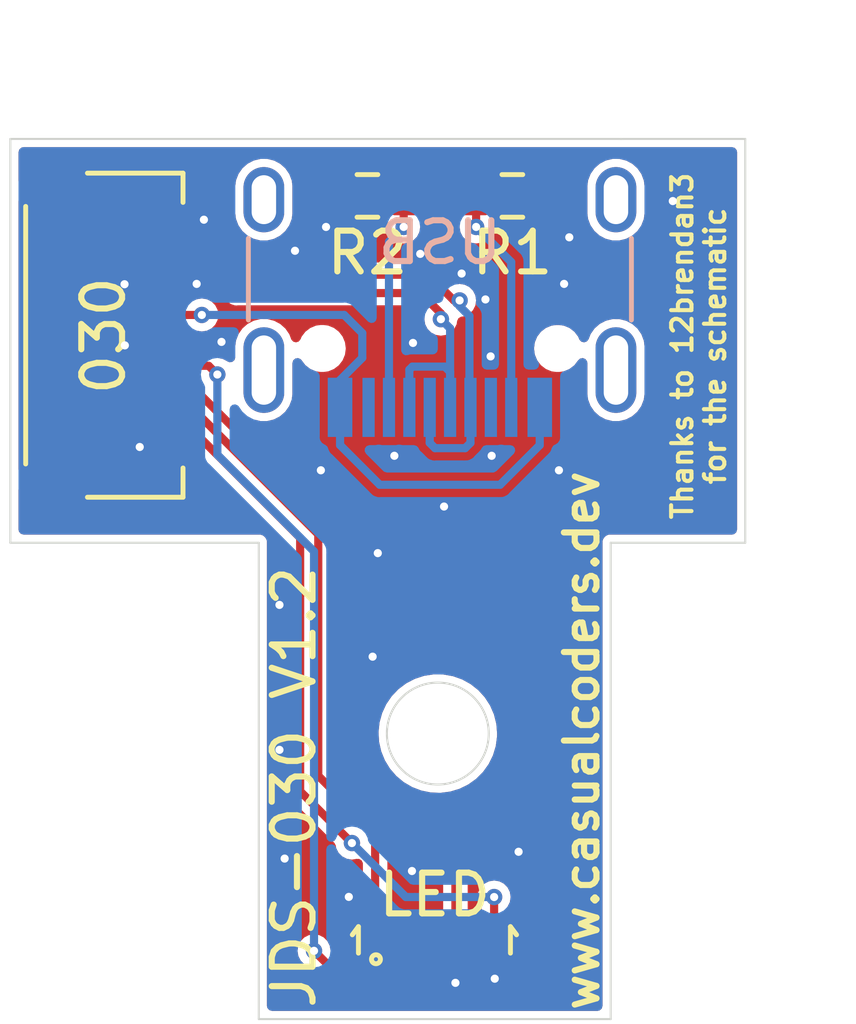
<source format=kicad_pcb>
(kicad_pcb (version 20221018) (generator pcbnew)
  (layers (0 "F.Cu" signal) (31 "B.Cu" signal) (34 "B.Paste" user) (35 "F.Paste" user) (36 "B.SilkS" user "B.Silkscreen") (37 "F.SilkS" user "F.Silkscreen") (38 "B.Mask" user) (39 "F.Mask" user) (44 "Edge.Cuts" user))
  (net 0 "")
  (net 1 "+5V")
  (net 2 "/G")
  (net 3 "/R")
  (net 4 "/B")
  (net 5 "GND")
  (net 6 "/D+")
  (net 7 "/D-")
  (net 8 "/Annode")
  (net 9 "Net-(R1-Pad1)")
  (net 10 "Net-(R2-Pad2)")
  (footprint "Resistor_SMD:R_0603_1608Metric_Pad0.98x0.95mm_HandSolder" (layer "F.Cu") (at 108.077 53.721)
    (fp_text reference "R1" (at 0 1.397) (layer "F.SilkS"))
    (fp_text value "5.1k")
    (fp_line (start -0.254724 -0.5225) (end 0.254724 -0.5225) (stroke (width 0.12)) (layer "F.SilkS"))
    (fp_line (start -0.254724 0.5225) (end 0.254724 0.5225) (stroke (width 0.12)) (layer "F.SilkS"))
    (pad "1" smd roundrect (at -0.9125 0) (size 0.975 0.95) (layers "F.Cu" "F.Paste" "F.Mask") (net 9 "Net-(R1-Pad1)"))
    (pad "2" smd roundrect (at 0.9125 0) (size 0.975 0.95) (layers "F.Cu" "F.Paste" "F.Mask") (net 5 "GND"))
  )
  (footprint "Molex 5034801200:503480-1200" (layer "F.Cu") (at 98.0646 57.138001 -90)
    (fp_text reference "J1" hide)
    (fp_text value "030" (at 0.011999 0.0206 -90) (layer "F.SilkS"))
    (fp_line (start -3.9751 -1.9304) (end -3.9751 0.414919) (stroke (width 0.12)) (layer "F.SilkS"))
    (fp_line (start -3.257345 -1.9304) (end -3.9751 -1.9304) (stroke (width 0.12)) (layer "F.SilkS"))
    (fp_line (start -3.1585 1.9304) (end 3.1585 1.9304) (stroke (width 0.12)) (layer "F.SilkS"))
    (fp_line (start 3.9751 -1.9304) (end 3.257345 -1.9304) (stroke (width 0.12)) (layer "F.SilkS"))
    (fp_line (start 3.9751 0.414919) (end 3.9751 -1.9304) (stroke (width 0.12)) (layer "F.SilkS"))
    (pad "1" smd rect (at -2.75 -1.5034 270) (size 0.3556 0.762) (layers "F.Cu" "F.Paste" "F.Mask") (net 5 "GND"))
    (pad "2" smd rect (at -2.250001 -1.5034 270) (size 0.3556 0.762) (layers "F.Cu" "F.Paste" "F.Mask") (net 6 "/D+"))
    (pad "3" smd rect (at -1.749999 -1.5034 270) (size 0.3556 0.762) (layers "F.Cu" "F.Paste" "F.Mask") (net 7 "/D-"))
    (pad "4" smd rect (at -1.25 -1.5034 270) (size 0.3556 0.762) (layers "F.Cu" "F.Paste" "F.Mask") (net 5 "GND"))
    (pad "5" smd rect (at -0.750001 -1.5034 270) (size 0.3556 0.762) (layers "F.Cu" "F.Paste" "F.Mask") (net 1 "+5V"))
    (pad "6" smd rect (at -0.25 -1.5034 270) (size 0.3556 0.762) (layers "F.Cu" "F.Paste" "F.Mask") (net 1 "+5V"))
    (pad "7" smd rect (at 0.25 -1.5034 270) (size 0.3556 0.762) (layers "F.Cu" "F.Paste" "F.Mask") (net 5 "GND"))
    (pad "8" smd rect (at 0.750001 -1.5034 270) (size 0.3556 0.762) (layers "F.Cu" "F.Paste" "F.Mask") (net 8 "/Annode"))
    (pad "9" smd rect (at 1.25 -1.5034 270) (size 0.3556 0.762) (layers "F.Cu" "F.Paste" "F.Mask") (net 2 "/G"))
    (pad "10" smd rect (at 1.749999 -1.5034 270) (size 0.3556 0.762) (layers "F.Cu" "F.Paste" "F.Mask") (net 3 "/R"))
    (pad "11" smd rect (at 2.250001 -1.5034 270) (size 0.3556 0.762) (layers "F.Cu" "F.Paste" "F.Mask") (net 4 "/B"))
    (pad "12" smd rect (at 2.75 -1.5034 270) (size 0.3556 0.762) (layers "F.Cu" "F.Paste" "F.Mask") (net 5 "GND"))
    (pad "13" smd rect (at -3.540001 1.1466 270) (size 0.3556 1.0414) (layers "F.Cu" "F.Paste" "F.Mask"))
    (pad "14" smd rect (at 3.540001 1.1466 270) (size 0.3556 1.0414) (layers "F.Cu" "F.Paste" "F.Mask"))
  )
  (footprint "Resistor_SMD:R_0603_1608Metric_Pad0.98x0.95mm_HandSolder" (layer "F.Cu") (at 104.521 53.721)
    (fp_text reference "R2" (at 0 1.397 180) (layer "F.SilkS"))
    (fp_text value "5.1k")
    (fp_line (start -0.254724 -0.5225) (end 0.254724 -0.5225) (stroke (width 0.12)) (layer "F.SilkS"))
    (fp_line (start -0.254724 0.5225) (end 0.254724 0.5225) (stroke (width 0.12)) (layer "F.SilkS"))
    (pad "1" smd roundrect (at -0.9125 0) (size 0.975 0.95) (layers "F.Cu" "F.Paste" "F.Mask") (net 5 "GND"))
    (pad "2" smd roundrect (at 0.9125 0) (size 0.975 0.95) (layers "F.Cu" "F.Paste" "F.Mask") (net 10 "Net-(R2-Pad2)"))
  )
  (footprint "New_LED:FM-3510RGBA-SG" (layer "F.Cu") (at 106.23 72.096)
    (fp_text reference "LED" (at -0.058 -1.23) (layer "F.SilkS"))
    (fp_text value "LED_RAGB")
    (fp_line (start -1.93 -0.45) (end -2.08 -0.25) (stroke (width 0.12)) (layer "F.SilkS"))
    (fp_line (start -1.93 0.2) (end -1.93 -0.45) (stroke (width 0.12)) (layer "F.SilkS"))
    (fp_line (start 1.8 -0.45) (end 1.95 -0.25) (stroke (width 0.12)) (layer "F.SilkS"))
    (fp_line (start 1.8 0.2) (end 1.8 -0.45) (stroke (width 0.12)) (layer "F.SilkS"))
    (fp_circle (center -1.5 0.35) (end -1.45 0.35) (stroke (width 0.12)) (fill none) (layer "F.SilkS"))
    (pad "1" smd rect (at -1.52 -0.085) (size 0.6 0.5) (layers "F.Cu" "F.Paste" "F.Mask") (net 3 "/R"))
    (pad "2" smd rect (at -0.45 0.04) (size 0.44 0.75) (layers "F.Cu" "F.Paste" "F.Mask") (net 8 "/Annode"))
    (pad "3" smd rect (at 0.45 0.04) (size 0.44 0.75) (layers "F.Cu" "F.Paste" "F.Mask") (net 2 "/G"))
    (pad "4" smd rect (at 1.4 -0.085) (size 0.6 0.5) (layers "F.Cu" "F.Paste" "F.Mask") (net 4 "/B"))
  )
  (footprint "Connector_USB:USB_C_Receptacle_HRO_TYPE-C-31-M-12" (layer "B.Cu") (at 106.299 54.864)
    (fp_text reference "USB" (at 0 0) (layer "B.SilkS") (effects (justify mirror)))
    (fp_text value "USB_C_Receptacle_USB2.0")
    (fp_line (start -4.7 1.9) (end -4.7 -0.1) (stroke (width 0.12)) (layer "B.SilkS"))
    (fp_line (start 4.7 1.9) (end 4.7 -0.1) (stroke (width 0.12)) (layer "B.SilkS"))
    (pad "" np_thru_hole circle (at -2.89 2.6) (size 0.65 0.65) (drill 0.65) (layers "*.Cu" "*.Mask"))
    (pad "" np_thru_hole circle (at 2.89 2.6) (size 0.65 0.65) (drill 0.65) (layers "*.Cu" "*.Mask"))
    (pad "A1" smd rect (at -3.25 4.045) (size 0.6 1.45) (layers "B.Cu" "B.Paste" "B.Mask") (net 5 "GND"))
    (pad "A4" smd rect (at -2.45 4.045) (size 0.6 1.45) (layers "B.Cu" "B.Paste" "B.Mask") (net 1 "+5V"))
    (pad "A5" smd rect (at -1.25 4.045) (size 0.3 1.45) (layers "B.Cu" "B.Paste" "B.Mask") (net 10 "Net-(R2-Pad2)"))
    (pad "A6" smd rect (at -0.25 4.045) (size 0.3 1.45) (layers "B.Cu" "B.Paste" "B.Mask") (net 6 "/D+"))
    (pad "A7" smd rect (at 0.25 4.045) (size 0.3 1.45) (layers "B.Cu" "B.Paste" "B.Mask") (net 7 "/D-"))
    (pad "A8" smd rect (at 1.25 4.045) (size 0.3 1.45) (layers "B.Cu" "B.Paste" "B.Mask"))
    (pad "A9" smd rect (at 2.45 4.045) (size 0.6 1.45) (layers "B.Cu" "B.Paste" "B.Mask") (net 1 "+5V"))
    (pad "A12" smd rect (at 3.25 4.045) (size 0.6 1.45) (layers "B.Cu" "B.Paste" "B.Mask") (net 5 "GND"))
    (pad "B1" smd rect (at 3.25 4.045) (size 0.6 1.45) (layers "B.Cu" "B.Paste" "B.Mask") (net 5 "GND"))
    (pad "B4" smd rect (at 2.45 4.045) (size 0.6 1.45) (layers "B.Cu" "B.Paste" "B.Mask") (net 1 "+5V"))
    (pad "B5" smd rect (at 1.75 4.045) (size 0.3 1.45) (layers "B.Cu" "B.Paste" "B.Mask") (net 9 "Net-(R1-Pad1)"))
    (pad "B6" smd rect (at 0.75 4.045) (size 0.3 1.45) (layers "B.Cu" "B.Paste" "B.Mask") (net 6 "/D+"))
    (pad "B7" smd rect (at -0.75 4.045) (size 0.3 1.45) (layers "B.Cu" "B.Paste" "B.Mask") (net 7 "/D-"))
    (pad "B8" smd rect (at -1.75 4.045) (size 0.3 1.45) (layers "B.Cu" "B.Paste" "B.Mask"))
    (pad "B9" smd rect (at -2.45 4.045) (size 0.6 1.45) (layers "B.Cu" "B.Paste" "B.Mask") (net 1 "+5V"))
    (pad "B12" smd rect (at -3.25 4.045) (size 0.6 1.45) (layers "B.Cu" "B.Paste" "B.Mask") (net 5 "GND"))
    (pad "S1" thru_hole oval (at -4.32 -1.05) (size 1 1.6) (drill oval 0.6 1.2) (layers "*.Cu" "*.Mask"))
    (pad "S1" thru_hole oval (at -4.32 3.13) (size 1 2.1) (drill oval 0.6 1.7) (layers "*.Cu" "*.Mask"))
    (pad "S1" thru_hole oval (at 4.32 -1.05) (size 1 1.6) (drill oval 0.6 1.2) (layers "*.Cu" "*.Mask"))
    (pad "S1" thru_hole oval (at 4.32 3.13) (size 1 2.1) (drill oval 0.6 1.7) (layers "*.Cu" "*.Mask"))
  )
  (gr_poly (pts (xy 99.949 57.065801) (xy 99.187 57.065801) (xy 99.187 56.2102) (xy 99.949 56.2102)) (stroke (width 0.00001)) (fill solid) (layer "F.Cu"))
  (gr_line (start 110.49 73.914) (end 110.49 62.23) (stroke (width 0.05)) (layer "Edge.Cuts"))
  (gr_circle (center 106.247557 66.91) (end 107.497556 66.91) (stroke (width 0.05)) (fill none) (layer "Edge.Cuts"))
  (gr_line (start 110.49 62.23) (end 113.792 62.23) (stroke (width 0.05)) (layer "Edge.Cuts"))
  (gr_line (start 113.792 62.23) (end 113.792 52.324) (stroke (width 0.05)) (layer "Edge.Cuts"))
  (gr_line (start 110.744 52.324) (end 95.758 52.324) (stroke (width 0.05)) (layer "Edge.Cuts"))
  (gr_line (start 101.854 62.23) (end 101.854 73.914) (stroke (width 0.05)) (layer "Edge.Cuts"))
  (gr_line (start 113.792 52.324) (end 110.744 52.324) (stroke (width 0.05)) (layer "Edge.Cuts"))
  (gr_line (start 95.758 52.324) (end 95.758 62.23) (stroke (width 0.05)) (layer "Edge.Cuts"))
  (gr_line (start 95.758 62.23) (end 101.854 62.23) (stroke (width 0.05)) (layer "Edge.Cuts"))
  (gr_line (start 101.854 73.914) (end 110.49 73.914) (stroke (width 0.05)) (layer "Edge.Cuts"))
  (gr_text "Thanks to 12brendan3\nfor the schematic" (at 112.649 57.404 90) (layer "F.SilkS") (effects (font (size 0.5 0.5) (thickness 0.1))))
  (gr_text "JDS-030 V1.2" (at 102.7176 68.2244 90) (layer "F.SilkS") (effects (font (size 1 1))))
  (gr_text "www.casualcoders.dev" (at 109.7788 67.0814 90) (layer "F.SilkS") (effects (font (size 0.8 0.8))))
  (segment (start 99.568 56.642) (end 100.457 56.642) (width 0.2) (layer "F.Cu") (net 1))
  (segment (start 99.568 56.388) (end 99.568 56.642) (width 0.2) (layer "F.Cu") (net 1))
  (segment (start 99.568 56.642) (end 99.568 56.888001) (width 0.2) (layer "F.Cu") (net 1))
  (via (at 100.457 56.642) (size 0.4) (drill 0.2) (layers "F.Cu" "B.Cu") (net 1))
  (segment (start 104.009001 58.748999) (end 103.849 58.909) (width 0.2) (layer "B.Cu") (net 1))
  (segment (start 108.749 59.834) (end 108.749 58.909) (width 0.2) (layer "B.Cu") (net 1))
  (segment (start 103.849 59.834) (end 104.8226 60.8076) (width 0.2) (layer "B.Cu") (net 1))
  (segment (start 103.849 58.238998) (end 103.849 58.909) (width 0.2) (layer "B.Cu") (net 1))
  (segment (start 104.394 57.0865) (end 104.394 57.693998) (width 0.2) (layer "B.Cu") (net 1))
  (segment (start 104.394 57.693998) (end 103.849 58.238998) (width 0.2) (layer "B.Cu") (net 1))
  (segment (start 104.8226 60.8076) (end 107.7754 60.8076) (width 0.2) (layer "B.Cu") (net 1))
  (segment (start 107.7754 60.8076) (end 108.749 59.834) (width 0.2) (layer "B.Cu") (net 1))
  (segment (start 103.849 58.909) (end 103.849 59.834) (width 0.2) (layer "B.Cu") (net 1))
  (segment (start 100.457 56.642) (end 103.9495 56.642) (width 0.2) (layer "B.Cu") (net 1))
  (segment (start 103.9495 56.642) (end 104.394 57.0865) (width 0.2) (layer "B.Cu") (net 1))
  (segment (start 100.209687 58.388001) (end 103.759 61.937314) (width 0.2) (layer "F.Cu") (net 2))
  (segment (start 106.68 70.454) (end 103.759 67.533) (width 0.2) (layer "F.Cu") (net 2))
  (segment (start 106.68 72.136) (end 106.68 70.454) (width 0.2) (layer "F.Cu") (net 2))
  (segment (start 103.759 61.937314) (end 103.759 67.533) (width 0.2) (layer "F.Cu") (net 2))
  (segment (start 99.568 58.388001) (end 100.209687 58.388001) (width 0.2) (layer "F.Cu") (net 2))
  (segment (start 100.179342 58.888) (end 103.3145 62.023158) (width 0.2) (layer "F.Cu") (net 3))
  (segment (start 104.71 69.342) (end 104.71 72.011) (width 0.2) (layer "F.Cu") (net 3))
  (segment (start 99.568 58.888) (end 100.179342 58.888) (width 0.2) (layer "F.Cu") (net 3))
  (segment (start 103.3145 62.023158) (end 103.3145 67.9465) (width 0.2) (layer "F.Cu") (net 3))
  (segment (start 103.3145 67.9465) (end 104.71 69.342) (width 0.2) (layer "F.Cu") (net 3))
  (segment (start 100.149 59.388002) (end 102.87 62.109002) (width 0.2) (layer "F.Cu") (net 4))
  (segment (start 102.87 62.109002) (end 102.87 68.326) (width 0.2) (layer "F.Cu") (net 4))
  (segment (start 102.988 68.444) (end 102.87 68.326) (width 0.2) (layer "F.Cu") (net 4))
  (segment (start 102.988 68.444) (end 104.14 69.596) (width 0.2) (layer "F.Cu") (net 4))
  (segment (start 99.568 59.388002) (end 100.149 59.388002) (width 0.2) (layer "F.Cu") (net 4))
  (segment (start 107.63 70.92) (end 107.63 72.011) (width 0.2) (layer "F.Cu") (net 4))
  (segment (start 99.568001 59.388001) (end 99.568 59.388002) (width 0.2) (layer "F.Cu") (net 4))
  (via (at 107.63 70.92) (size 0.4) (drill 0.2) (layers "F.Cu" "B.Cu") (net 4))
  (via (at 104.14 69.596) (size 0.4) (drill 0.2) (layers "F.Cu" "B.Cu") (net 4))
  (segment (start 105.6862 70.92) (end 107.63 70.92) (width 0.2) (layer "B.Cu") (net 4))
  (segment (start 105.464 70.92) (end 105.6862 70.92) (width 0.2) (layer "B.Cu") (net 4))
  (segment (start 104.14 69.596) (end 105.464 70.92) (width 0.2) (layer "B.Cu") (net 4))
  (segment (start 98.560001 55.888001) (end 98.560001 55.888001) (width 0.2) (layer "F.Cu") (net 5))
  (segment (start 98.567999 57.388001) (end 98.567999 57.388001) (width 0.2) (layer "F.Cu") (net 5))
  (segment (start 99.568 54.388001) (end 99.568 54.356) (width 0.2) (layer "F.Cu") (net 5))
  (segment (start 99.568 59.888001) (end 98.940501 59.888001) (width 0.2) (layer "F.Cu") (net 5))
  (segment (start 100.321999 55.888001) (end 100.33 55.88) (width 0.2) (layer "F.Cu") (net 5))
  (segment (start 99.568 57.388001) (end 98.567999 57.388001) (width 0.2) (layer "F.Cu") (net 5))
  (segment (start 99.568 55.888001) (end 100.321999 55.888001) (width 0.2) (layer "F.Cu") (net 5))
  (segment (start 99.568 55.888001) (end 98.560001 55.888001) (width 0.2) (layer "F.Cu") (net 5))
  (segment (start 98.940501 59.888001) (end 98.933 59.8805) (width 0.2) (layer "F.Cu") (net 5))
  (via (at 102.743 55.0672) (size 0.4) (drill 0.2) (layers "F.Cu" "B.Cu") (net 5))
  (via (at 102.362 67.31) (size 0.4) (drill 0.2) (layers "F.Cu" "B.Cu") (net 5))
  (via (at 98.567999 57.388001) (size 0.4) (drill 0.2) (layers "F.Cu" "B.Cu") (net 5))
  (via (at 100.5078 54.3052) (size 0.4) (drill 0.2) (layers "F.Cu" "B.Cu") (net 5))
  (via (at 106.68 73.025) (size 0.4) (drill 0.2) (layers "F.Cu" "B.Cu") (net 5))
  (via (at 106.4006 61.341) (size 0.4) (drill 0.2) (layers "F.Cu" "B.Cu") (net 5))
  (via (at 98.933 59.8805) (size 0.4) (drill 0.2) (layers "F.Cu" "B.Cu") (net 5))
  (via (at 107.569 60.0964) (size 0.4) (drill 0.2) (layers "F.Cu" "B.Cu") (net 5))
  (via (at 100.33 55.88) (size 0.4) (drill 0.2) (layers "F.Cu" "B.Cu") (net 5))
  (via (at 108.23 69.81) (size 0.4) (drill 0.2) (layers "F.Cu" "B.Cu") (net 5))
  (via (at 105.8164 55.1434) (size 0.4) (drill 0.2) (layers "F.Cu" "B.Cu") (net 5))
  (via (at 105.1814 60.0964) (size 0.4) (drill 0.2) (layers "F.Cu" "B.Cu") (net 5))
  (via (at 107.6452 72.9234) (size 0.4) (drill 0.2) (layers "F.Cu" "B.Cu") (net 5))
  (via (at 104.775 62.484) (size 0.4) (drill 0.2) (layers "F.Cu" "B.Cu") (net 5))
  (via (at 109.474 54.737) (size 0.4) (drill 0.2) (layers "F.Cu" "B.Cu") (net 5))
  (via (at 107.4166 56.261) (size 0.4) (drill 0.2) (layers "F.Cu" "B.Cu") (net 5))
  (via (at 109.347 55.88) (size 0.4) (drill 0.2) (layers "F.Cu" "B.Cu") (net 5))
  (via (at 105.6386 57.3278) (size 0.4) (drill 0.2) (layers "F.Cu" "B.Cu") (net 5))
  (via (at 107.5436 57.658) (size 0.4) (drill 0.2) (layers "F.Cu" "B.Cu") (net 5))
  (via (at 112.014 53.848) (size 0.4) (drill 0.2) (layers "F.Cu" "B.Cu") (net 5))
  (via (at 100.9396 57.3024) (size 0.4) (drill 0.2) (layers "F.Cu" "B.Cu") (net 5))
  (via (at 104.648 65.024) (size 0.4) (drill 0.2) (layers "F.Cu" "B.Cu") (net 5))
  (via (at 98.560001 55.888001) (size 0.4) (drill 0.2) (layers "F.Cu" "B.Cu") (net 5))
  (via (at 104.0638 70.9168) (size 0.4) (drill 0.2) (layers "F.Cu" "B.Cu") (net 5))
  (via (at 102.362 63.754) (size 0.4) (drill 0.2) (layers "F.Cu" "B.Cu") (net 5))
  (via (at 103.378 60.452) (size 0.4) (drill 0.2) (layers "F.Cu" "B.Cu") (net 5))
  (via (at 106.8324 55.626) (size 0.4) (drill 0.2) (layers "F.Cu" "B.Cu") (net 5))
  (via (at 102.489 69.977) (size 0.4) (drill 0.2) (layers "F.Cu" "B.Cu") (net 5))
  (via (at 105.6132 70.2818) (size 0.4) (drill 0.2) (layers "F.Cu" "B.Cu") (net 5))
  (via (at 103.505 54.483) (size 0.4) (drill 0.2) (layers "F.Cu" "B.Cu") (net 5))
  (via (at 109.22 60.452) (size 0.4) (drill 0.2) (layers "F.Cu" "B.Cu") (net 5))
  (segment (start 106.011199 55.655) (end 106.641389 56.28519) (width 0.2) (layer "F.Cu") (net 6))
  (segment (start 100.164502 54.913001) (end 100.760701 54.913001) (width 0.2) (layer "F.Cu") (net 6))
  (segment (start 101.5027 55.655) (end 106.011199 55.655) (width 0.2) (layer "F.Cu") (net 6))
  (segment (start 99.615201 54.935201) (end 99.568 54.888) (width 0.2) (layer "F.Cu") (net 6))
  (segment (start 106.641389 56.28519) (end 106.78281 56.28519) (width 0.2) (layer "F.Cu") (net 6))
  (segment (start 100.760701 54.913001) (end 101.5027 55.655) (width 0.2) (layer "F.Cu") (net 6))
  (segment (start 100.139501 54.888) (end 100.164502 54.913001) (width 0.2) (layer "F.Cu") (net 6))
  (segment (start 99.568 54.888) (end 100.139501 54.888) (width 0.2) (layer "F.Cu") (net 6))
  (via (at 106.78281 56.28519) (size 0.4) (drill 0.2) (layers "F.Cu" "B.Cu") (net 6))
  (segment (start 106.78281 56.28519) (end 106.78281 56.426611) (width 0.2) (layer "B.Cu") (net 6))
  (segment (start 107.049 59.779002) (end 107.049 58.909) (width 0.2) (layer "B.Cu") (net 6))
  (segment (start 106.049 58.909) (end 106.049 59.779002) (width 0.2) (layer "B.Cu") (net 6))
  (segment (start 106.178999 59.909001) (end 106.919001 59.909001) (width 0.2) (layer "B.Cu") (net 6))
  (segment (start 107.024 58.884) (end 107.049 58.909) (width 0.2) (layer "B.Cu") (net 6))
  (segment (start 106.049 59.779002) (end 106.178999 59.909001) (width 0.2) (layer "B.Cu") (net 6))
  (segment (start 106.919001 59.909001) (end 107.049 59.779002) (width 0.2) (layer "B.Cu") (net 6))
  (segment (start 107.024 56.667801) (end 107.024 58.884) (width 0.2) (layer "B.Cu") (net 6))
  (segment (start 106.78281 56.426611) (end 107.024 56.667801) (width 0.2) (layer "B.Cu") (net 6))
  (segment (start 100.164502 55.363001) (end 100.574301 55.363001) (width 0.2) (layer "F.Cu") (net 7))
  (segment (start 100.574301 55.363001) (end 101.3163 56.105) (width 0.2) (layer "F.Cu") (net 7))
  (segment (start 105.824801 56.105) (end 106.32319 56.603389) (width 0.2) (layer "F.Cu") (net 7))
  (segment (start 101.3163 56.105) (end 105.824801 56.105) (width 0.2) (layer "F.Cu") (net 7))
  (segment (start 100.139501 55.388002) (end 100.164502 55.363001) (width 0.2) (layer "F.Cu") (net 7))
  (segment (start 99.568 55.388002) (end 100.139501 55.388002) (width 0.2) (layer "F.Cu") (net 7))
  (segment (start 106.32319 56.603389) (end 106.32319 56.74481) (width 0.2) (layer "F.Cu") (net 7))
  (via (at 106.32319 56.74481) (size 0.4) (drill 0.2) (layers "F.Cu" "B.Cu") (net 7))
  (segment (start 106.549 56.97062) (end 106.549 58.909) (width 0.2) (layer "B.Cu") (net 7))
  (segment (start 106.32319 56.74481) (end 106.549 56.97062) (width 0.2) (layer "B.Cu") (net 7))
  (segment (start 106.419001 57.908999) (end 106.549 58.038998) (width 0.2) (layer "B.Cu") (net 7))
  (segment (start 106.549 58.038998) (end 106.549 58.909) (width 0.2) (layer "B.Cu") (net 7))
  (segment (start 105.549 57.984) (end 105.624001 57.908999) (width 0.2) (layer "B.Cu") (net 7))
  (segment (start 105.549 58.909) (end 105.549 57.984) (width 0.2) (layer "B.Cu") (net 7))
  (segment (start 105.624001 57.908999) (end 106.419001 57.908999) (width 0.2) (layer "B.Cu") (net 7))
  (segment (start 105.78 72.136) (end 105.78 72.6296) (width 0.2) (layer "F.Cu") (net 8))
  (segment (start 105.537 72.8726) (end 103.8426 72.8726) (width 0.2) (layer "F.Cu") (net 8))
  (segment (start 103.8426 72.8726) (end 103.21 72.24) (width 0.2) (layer "F.Cu") (net 8))
  (segment (start 100.623502 57.888002) (end 100.838 58.1025) (width 0.2) (layer "F.Cu") (net 8))
  (segment (start 99.568 57.888002) (end 100.623502 57.888002) (width 0.2) (layer "F.Cu") (net 8))
  (segment (start 105.78 72.6296) (end 105.537 72.8726) (width 0.2) (layer "F.Cu") (net 8))
  (via (at 100.838 58.1025) (size 0.4) (drill 0.2) (layers "F.Cu" "B.Cu") (net 8))
  (via (at 103.21 72.24) (size 0.4) (drill 0.2) (layers "F.Cu" "B.Cu") (net 8))
  (segment (start 100.838 60.071) (end 100.838 58.1025) (width 0.2) (layer "B.Cu") (net 8))
  (segment (start 103.21 62.443) (end 100.838 60.071) (width 0.2) (layer "B.Cu") (net 8))
  (segment (start 103.21 72.24) (end 103.21 62.443) (width 0.2) (layer "B.Cu") (net 8))
  (segment (start 107.188 53.7445) (end 107.1645 53.721) (width 0.2) (layer "F.Cu") (net 9))
  (segment (start 107.188 54.483) (end 107.188 53.7445) (width 0.2) (layer "F.Cu") (net 9))
  (via (at 107.188 54.483) (size 0.4) (drill 0.2) (layers "F.Cu" "B.Cu") (net 9))
  (segment (start 108.049 55.344) (end 107.188 54.483) (width 0.2) (layer "B.Cu") (net 9))
  (segment (start 108.049 58.909) (end 108.049 58.773) (width 0.25) (layer "B.Cu") (net 9))
  (segment (start 108.049 58.909) (end 108.049 55.344) (width 0.2) (layer "B.Cu") (net 9))
  (segment (start 105.41 54.483) (end 105.41 53.7445) (width 0.2) (layer "F.Cu") (net 10))
  (segment (start 105.41 53.7445) (end 105.4335 53.721) (width 0.2) (layer "F.Cu") (net 10))
  (segment (start 105.029 53.4905) (end 105.1795 53.34) (width 0.2) (layer "F.Cu") (net 10))
  (via (at 105.41 54.483) (size 0.4) (drill 0.2) (layers "F.Cu" "B.Cu") (net 10))
  (segment (start 105.049 58.909) (end 105.049 54.844) (width 0.2) (layer "B.Cu") (net 10))
  (segment (start 105.049 54.844) (end 105.41 54.483) (width 0.2) (layer "B.Cu") (net 10))
  (zone (net 5) (net_name "GND") (layer "F.Cu") (connect_pads yes (clearance 0.2)) (min_thickness 0.25) (fill yes (thermal_gap 0.25) (thermal_bridge_width 0.508))
    (polygon (pts (xy 113.919 62.357) (xy 110.617 62.357) (xy 110.617 74.041) (xy 101.727 74.041) (xy 101.727 62.357) (xy 95.631 62.357) (xy 95.631 52.197) (xy 114.046 52.07)))
  )
  (zone (net 5) (net_name "GND") (layer "B.Cu") (connect_pads yes (clearance 0.2)) (min_thickness 0.25) (fill yes (thermal_gap 0.25) (thermal_bridge_width 0.508))
    (polygon (pts (xy 113.919 52.197) (xy 113.919 62.357) (xy 110.617 62.357) (xy 110.617 74.041) (xy 101.727 74.041) (xy 101.727 62.357) (xy 95.631 62.357) (xy 95.504 52.07)))
  )
)
</source>
